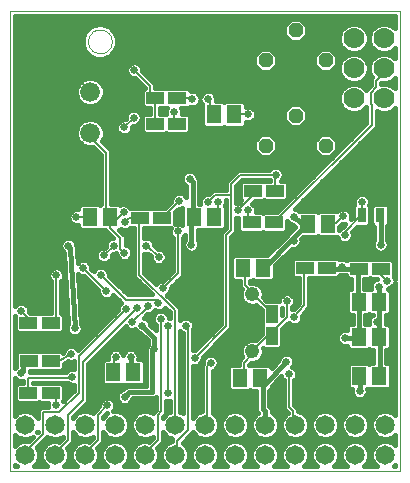
<source format=gbl>
G75*
G70*
%OFA0B0*%
%FSLAX24Y24*%
%IPPOS*%
%LPD*%
%AMOC8*
5,1,8,0,0,1.08239X$1,22.5*
%
%ADD10C,0.0000*%
%ADD11R,0.0591X0.0394*%
%ADD12C,0.0480*%
%ADD13R,0.0512X0.0591*%
%ADD14R,0.0394X0.0591*%
%ADD15OC8,0.0480*%
%ADD16C,0.0650*%
%ADD17C,0.0700*%
%ADD18C,0.0660*%
%ADD19R,0.0315X0.0472*%
%ADD20C,0.0060*%
%ADD21C,0.0250*%
%ADD22C,0.0150*%
%ADD23C,0.0160*%
D10*
X002374Y000180D02*
X002374Y015534D01*
X015384Y015534D01*
X015384Y000180D01*
X002374Y000180D01*
X004983Y014515D02*
X004985Y014554D01*
X004991Y014593D01*
X005001Y014631D01*
X005014Y014668D01*
X005031Y014703D01*
X005051Y014737D01*
X005075Y014768D01*
X005102Y014797D01*
X005131Y014823D01*
X005163Y014846D01*
X005197Y014866D01*
X005233Y014882D01*
X005270Y014894D01*
X005309Y014903D01*
X005348Y014908D01*
X005387Y014909D01*
X005426Y014906D01*
X005465Y014899D01*
X005502Y014888D01*
X005539Y014874D01*
X005574Y014856D01*
X005607Y014835D01*
X005638Y014810D01*
X005666Y014783D01*
X005691Y014753D01*
X005713Y014720D01*
X005732Y014686D01*
X005747Y014650D01*
X005759Y014612D01*
X005767Y014574D01*
X005771Y014535D01*
X005771Y014495D01*
X005767Y014456D01*
X005759Y014418D01*
X005747Y014380D01*
X005732Y014344D01*
X005713Y014310D01*
X005691Y014277D01*
X005666Y014247D01*
X005638Y014220D01*
X005607Y014195D01*
X005574Y014174D01*
X005539Y014156D01*
X005502Y014142D01*
X005465Y014131D01*
X005426Y014124D01*
X005387Y014121D01*
X005348Y014122D01*
X005309Y014127D01*
X005270Y014136D01*
X005233Y014148D01*
X005197Y014164D01*
X005163Y014184D01*
X005131Y014207D01*
X005102Y014233D01*
X005075Y014262D01*
X005051Y014293D01*
X005031Y014327D01*
X005014Y014362D01*
X005001Y014399D01*
X004991Y014437D01*
X004985Y014476D01*
X004983Y014515D01*
D11*
X007223Y012630D03*
X007964Y012630D03*
X007954Y011770D03*
X007213Y011770D03*
X007444Y008630D03*
X006703Y008630D03*
X010433Y008480D03*
X011174Y008480D03*
X011214Y009540D03*
X010473Y009540D03*
X012203Y006960D03*
X012944Y006960D03*
X014003Y006940D03*
X014744Y006940D03*
X003734Y005130D03*
X002993Y005130D03*
X003003Y003860D03*
X003744Y003860D03*
X003734Y002800D03*
X002993Y002800D03*
D12*
X010454Y004190D03*
X010454Y006090D03*
D13*
X010159Y006970D03*
X010828Y006970D03*
X012299Y008430D03*
X012968Y008430D03*
X014009Y005840D03*
X014678Y005840D03*
X014678Y004670D03*
X014009Y004670D03*
X014029Y003360D03*
X014698Y003360D03*
X010708Y003300D03*
X010039Y003300D03*
X006498Y003490D03*
X005829Y003490D03*
X005718Y008660D03*
X005049Y008660D03*
X008509Y008660D03*
X009178Y008660D03*
X009189Y012080D03*
X009858Y012080D03*
D14*
X011114Y005440D03*
X011114Y004700D03*
D15*
X010904Y011040D03*
X011904Y012040D03*
X012904Y011040D03*
X012904Y013880D03*
X011904Y014880D03*
X010904Y013880D03*
D16*
X010893Y001727D03*
X010893Y000727D03*
X009893Y000727D03*
X008893Y000727D03*
X007893Y000727D03*
X006893Y000727D03*
X005893Y000727D03*
X004893Y000727D03*
X003893Y000727D03*
X002893Y000727D03*
X002893Y001727D03*
X003893Y001727D03*
X004893Y001727D03*
X005893Y001727D03*
X006893Y001727D03*
X007893Y001727D03*
X008893Y001727D03*
X009893Y001727D03*
X011893Y001727D03*
X011893Y000727D03*
X012893Y000727D03*
X013893Y000727D03*
X014893Y000727D03*
X014893Y001727D03*
X013893Y001727D03*
X012893Y001727D03*
D17*
X013844Y012620D03*
X014844Y012620D03*
X014844Y013620D03*
X014844Y014620D03*
X013844Y014620D03*
X013844Y013620D03*
D18*
X005064Y012820D03*
X005064Y011460D03*
D19*
X014099Y008720D03*
X014729Y008720D03*
D20*
X014114Y008740D02*
X014099Y008720D01*
X014094Y008720D01*
X013544Y008170D01*
X013544Y008050D01*
X013254Y008450D02*
X012974Y008450D01*
X012974Y008430D01*
X012968Y008430D01*
X013254Y008450D02*
X013484Y008680D01*
X014114Y008740D02*
X014114Y009160D01*
X012203Y006960D02*
X012194Y006960D01*
X012194Y005730D01*
X011854Y005320D01*
X011624Y005330D02*
X011114Y004820D01*
X011114Y004700D01*
X011094Y004830D01*
X010454Y004190D01*
X010454Y004080D01*
X010174Y003800D01*
X010174Y003430D01*
X010044Y003300D01*
X010039Y003300D01*
X009074Y003800D02*
X008964Y003690D01*
X008964Y002030D01*
X008894Y001960D01*
X008894Y001730D01*
X008893Y001727D01*
X008314Y001560D02*
X007964Y001210D01*
X007964Y001030D01*
X007894Y000960D01*
X007894Y000730D01*
X007893Y000727D01*
X007314Y001230D02*
X006894Y000810D01*
X006894Y000730D01*
X006893Y000727D01*
X007314Y001230D02*
X007314Y002070D01*
X007424Y002180D01*
X007424Y005260D01*
X007414Y005270D01*
X007654Y005040D02*
X007654Y002790D01*
X008304Y002220D02*
X008314Y002210D01*
X008314Y001560D01*
X007893Y001727D02*
X007884Y001730D01*
X007884Y005550D01*
X006694Y006740D01*
X006694Y008610D01*
X006703Y008630D01*
X006344Y008630D01*
X006204Y008490D01*
X006174Y008820D02*
X005744Y008390D01*
X005718Y008660D01*
X005724Y008690D01*
X005584Y008830D01*
X005584Y010810D01*
X005064Y011330D01*
X005064Y011460D01*
X006184Y011650D02*
X006504Y011970D01*
X007213Y011770D02*
X007214Y011770D01*
X007214Y012630D01*
X007223Y012630D01*
X007194Y012650D01*
X007044Y012800D01*
X007044Y013040D01*
X006524Y013560D01*
X007964Y012630D02*
X008464Y012630D01*
X008464Y012590D01*
X008984Y012600D02*
X009054Y012530D01*
X009054Y012210D01*
X009184Y012080D01*
X009189Y012080D01*
X009858Y012080D02*
X010314Y012080D01*
X010044Y010050D02*
X011214Y010050D01*
X011234Y010070D01*
X011214Y010050D02*
X011214Y009540D01*
X011214Y009540D01*
X010473Y009540D02*
X010464Y009540D01*
X010464Y009360D01*
X009984Y008880D01*
X010314Y008880D02*
X010314Y008590D01*
X010424Y008480D01*
X010433Y008480D01*
X009754Y008240D02*
X009754Y009390D01*
X009214Y009390D01*
X008984Y009160D01*
X009314Y009160D02*
X009314Y008790D01*
X009184Y008660D01*
X009178Y008660D01*
X009754Y008240D02*
X009584Y008070D01*
X009584Y005020D01*
X008534Y003970D01*
X008304Y004980D02*
X008304Y002220D01*
X005904Y003990D02*
X005834Y003920D01*
X005834Y003490D01*
X005829Y003490D01*
X004804Y003820D02*
X004804Y002560D01*
X004314Y002070D01*
X004314Y001230D01*
X003894Y000810D01*
X003894Y000730D01*
X003893Y000727D01*
X003474Y001420D02*
X002894Y000840D01*
X002894Y000730D01*
X002893Y000727D01*
X003474Y001420D02*
X003474Y002150D01*
X004024Y002150D01*
X004684Y002810D01*
X004684Y004020D01*
X006244Y005580D01*
X006234Y005910D02*
X007324Y005910D01*
X007324Y005790D01*
X006974Y005680D02*
X006974Y005670D01*
X006464Y005160D01*
X006624Y005640D02*
X004804Y003820D01*
X004424Y004100D02*
X004004Y003860D01*
X003744Y003860D01*
X004424Y003310D02*
X002994Y003310D01*
X002994Y002800D01*
X002993Y002800D01*
X003734Y002800D02*
X003744Y002800D01*
X003914Y002630D01*
X003914Y002400D01*
X004424Y003310D02*
X004454Y003340D01*
X005624Y002380D02*
X005314Y002070D01*
X005314Y001230D01*
X004894Y000810D01*
X004894Y000730D01*
X004893Y000727D01*
X008304Y004980D02*
X008244Y005040D01*
X007474Y006280D02*
X007974Y006780D01*
X007974Y008180D01*
X007454Y008630D02*
X007444Y008630D01*
X007454Y008630D02*
X008024Y009200D01*
X006964Y007700D02*
X006924Y007700D01*
X006964Y007700D02*
X007334Y007330D01*
X006194Y007470D02*
X006064Y007600D01*
X006064Y007950D01*
X005724Y008290D01*
X005724Y008660D01*
X005718Y008660D01*
X005049Y008660D02*
X004594Y008660D01*
X005834Y007700D02*
X005514Y007380D01*
X005414Y006730D02*
X006234Y005910D01*
X005594Y006190D02*
X004824Y006960D01*
X003924Y006720D02*
X003914Y005300D01*
X003744Y005130D01*
X003734Y005130D01*
X002993Y005130D02*
X002984Y005130D01*
X002984Y005300D01*
X002754Y005530D01*
X007954Y011770D02*
X007954Y011770D01*
X007854Y011870D01*
X007854Y012170D01*
X010044Y010050D02*
X009754Y009760D01*
X009754Y009390D01*
X011174Y008480D02*
X011184Y008480D01*
X014434Y011730D01*
X014434Y012400D01*
X014404Y012430D01*
X014404Y012810D01*
X014574Y012980D01*
X014574Y013200D01*
X014844Y013470D01*
X014844Y013620D01*
X010164Y006970D02*
X010159Y006970D01*
X010164Y006970D02*
X010204Y006930D01*
X010204Y006400D01*
X010434Y006170D01*
X010434Y006110D01*
X010454Y006090D01*
X010474Y006090D01*
X011114Y005450D01*
X011114Y005440D01*
X011624Y005330D02*
X011624Y005840D01*
X011614Y005850D01*
X011684Y003420D02*
X011684Y002320D01*
X011804Y002200D01*
X011804Y001810D01*
X011884Y001730D01*
X011893Y001727D01*
X014944Y006540D02*
X014754Y006730D01*
X014754Y006940D01*
X014744Y006940D01*
D21*
X014944Y006540D03*
X014674Y006340D03*
X013444Y007010D03*
X013544Y008050D03*
X013484Y008680D03*
X014114Y009160D03*
X014734Y007740D03*
X014604Y005170D03*
X013554Y004630D03*
X014034Y002860D03*
X011684Y003420D03*
X011594Y003830D03*
X011854Y005320D03*
X011614Y005850D03*
X011834Y007870D03*
X011844Y008670D03*
X011234Y010070D03*
X010314Y008880D03*
X009984Y008880D03*
X009314Y009160D03*
X008984Y009160D03*
X008024Y009200D03*
X008374Y009940D03*
X007974Y008180D03*
X008424Y007740D03*
X007334Y007330D03*
X006924Y007700D03*
X006194Y007470D03*
X005834Y007700D03*
X005514Y007380D03*
X005414Y006730D03*
X005594Y006190D03*
X006244Y005580D03*
X006624Y005640D03*
X006974Y005680D03*
X007324Y005790D03*
X007474Y006280D03*
X007414Y005270D03*
X007654Y005040D03*
X008244Y005040D03*
X007194Y004250D03*
X006404Y003990D03*
X005904Y003990D03*
X006464Y005160D03*
X006794Y005040D03*
X008534Y003970D03*
X009074Y003800D03*
X007654Y002790D03*
X006204Y002670D03*
X005624Y002380D03*
X004454Y003340D03*
X004424Y004100D03*
X004534Y004950D03*
X003924Y006720D03*
X004824Y006960D03*
X004324Y007700D03*
X004594Y008660D03*
X006174Y008820D03*
X006204Y008490D03*
X006184Y011650D03*
X006504Y011970D03*
X007854Y012170D03*
X008464Y012590D03*
X008984Y012600D03*
X010314Y012080D03*
X006524Y013560D03*
X002754Y005530D03*
X002754Y003460D03*
X003914Y002400D03*
D22*
X002824Y003530D02*
X002754Y003460D01*
X002824Y003530D02*
X002824Y003690D01*
X002994Y003860D01*
X003003Y003860D01*
X004534Y004950D02*
X004394Y007630D01*
X004324Y007700D01*
X006794Y005040D02*
X007194Y004640D01*
X007194Y004250D01*
X007124Y004220D01*
X007124Y002830D01*
X006364Y002830D01*
X006204Y002670D01*
X006494Y003490D02*
X006498Y003490D01*
X006494Y003490D02*
X006404Y003580D01*
X006404Y003990D01*
X008424Y007740D02*
X008424Y008580D01*
X008504Y008660D01*
X008509Y008660D01*
X008474Y008730D01*
X008474Y009840D01*
X008374Y009940D01*
X010828Y006970D02*
X010834Y006970D01*
X011784Y007920D01*
X011834Y007870D01*
X011784Y007920D02*
X012124Y008260D01*
X012124Y008410D01*
X012299Y008430D01*
X012294Y008430D01*
X012294Y008480D01*
X012034Y008480D01*
X011844Y008670D01*
X012944Y006960D02*
X012954Y006960D01*
X012954Y006940D01*
X013444Y006940D01*
X013444Y007010D01*
X013444Y006940D02*
X014003Y006940D01*
X013974Y006870D01*
X013974Y005910D01*
X014009Y005840D01*
X014014Y005840D01*
X014014Y004670D01*
X014009Y004670D01*
X013944Y004630D01*
X013554Y004630D01*
X014678Y004670D02*
X014704Y004600D01*
X014704Y003360D01*
X014698Y003360D01*
X014034Y003360D02*
X014034Y002860D01*
X014034Y003360D02*
X014029Y003360D01*
X014678Y004670D02*
X014684Y004670D01*
X014684Y005170D01*
X014604Y005170D01*
X014684Y005170D02*
X014684Y005840D01*
X014678Y005840D01*
X014674Y005910D01*
X014674Y006340D01*
X014734Y007740D02*
X014734Y008720D01*
X014729Y008720D01*
X011594Y003830D02*
X010874Y003110D01*
X010708Y003300D01*
X010714Y003300D01*
X010804Y003210D01*
X010804Y002260D01*
X010884Y002180D01*
X010884Y001730D01*
X010893Y001727D01*
D23*
X011315Y001924D02*
X011471Y001924D01*
X011499Y001991D02*
X011428Y001820D01*
X011428Y001635D01*
X011499Y001464D01*
X011630Y001333D01*
X011801Y001262D01*
X011986Y001262D01*
X012157Y001333D01*
X012287Y001464D01*
X012358Y001635D01*
X012358Y001820D01*
X012287Y001991D01*
X012157Y002122D01*
X011986Y002192D01*
X011974Y002192D01*
X011974Y002270D01*
X011854Y002390D01*
X011854Y003215D01*
X011908Y003270D01*
X011949Y003367D01*
X011949Y003473D01*
X011908Y003570D01*
X011834Y003645D01*
X011798Y003660D01*
X011818Y003680D01*
X011859Y003777D01*
X011859Y003883D01*
X011818Y003980D01*
X011744Y004055D01*
X011646Y004095D01*
X011541Y004095D01*
X011443Y004055D01*
X011369Y003980D01*
X011329Y003883D01*
X011329Y003869D01*
X011104Y003645D01*
X011104Y003653D01*
X011022Y003735D01*
X010394Y003735D01*
X010374Y003715D01*
X010353Y003735D01*
X010349Y003735D01*
X010424Y003810D01*
X010529Y003810D01*
X010669Y003868D01*
X010776Y003975D01*
X010834Y004114D01*
X010834Y004266D01*
X010816Y004307D01*
X010859Y004265D01*
X011368Y004265D01*
X011450Y004347D01*
X011450Y004916D01*
X011666Y005132D01*
X011703Y005095D01*
X011801Y005055D01*
X011906Y005055D01*
X012004Y005095D01*
X012078Y005170D01*
X012119Y005267D01*
X012119Y005373D01*
X012118Y005373D01*
X012319Y005615D01*
X012364Y005660D01*
X012364Y005669D01*
X012369Y005676D01*
X012364Y005738D01*
X012364Y006623D01*
X012557Y006623D01*
X012574Y006640D01*
X012590Y006623D01*
X013297Y006623D01*
X013379Y006705D01*
X013379Y006725D01*
X013568Y006725D01*
X013568Y006685D01*
X013650Y006603D01*
X013759Y006603D01*
X013759Y006275D01*
X013695Y006275D01*
X013613Y006193D01*
X013613Y005487D01*
X013695Y005405D01*
X013799Y005405D01*
X013799Y005105D01*
X013695Y005105D01*
X013613Y005023D01*
X013613Y004892D01*
X013606Y004895D01*
X013501Y004895D01*
X013403Y004855D01*
X013329Y004780D01*
X013289Y004683D01*
X013289Y004577D01*
X013329Y004480D01*
X013403Y004405D01*
X013501Y004365D01*
X013606Y004365D01*
X013613Y004368D01*
X013613Y004317D01*
X013695Y004235D01*
X014323Y004235D01*
X014344Y004255D01*
X014364Y004235D01*
X014489Y004235D01*
X014489Y003795D01*
X014384Y003795D01*
X014364Y003775D01*
X014343Y003795D01*
X013715Y003795D01*
X013633Y003713D01*
X013633Y003007D01*
X013715Y002925D01*
X013774Y002925D01*
X013769Y002913D01*
X013769Y002807D01*
X013809Y002710D01*
X013883Y002635D01*
X013981Y002595D01*
X014086Y002595D01*
X014184Y002635D01*
X014258Y002710D01*
X014299Y002807D01*
X014299Y002913D01*
X014294Y002925D01*
X014343Y002925D01*
X014364Y002945D01*
X014384Y002925D01*
X015012Y002925D01*
X015094Y003007D01*
X015094Y003713D01*
X015012Y003795D01*
X014919Y003795D01*
X014919Y004235D01*
X014992Y004235D01*
X015074Y004317D01*
X015074Y005023D01*
X014992Y005105D01*
X014899Y005105D01*
X014899Y005405D01*
X014992Y005405D01*
X015074Y005487D01*
X015074Y006193D01*
X014992Y006275D01*
X014996Y006275D01*
X015094Y006315D01*
X015168Y006390D01*
X015204Y006475D01*
X015204Y002075D01*
X015157Y002122D01*
X014986Y002192D01*
X014801Y002192D01*
X014630Y002122D01*
X014499Y001991D01*
X014428Y001820D01*
X014428Y001635D01*
X014499Y001464D01*
X014630Y001333D01*
X014801Y001262D01*
X014986Y001262D01*
X015157Y001333D01*
X015204Y001380D01*
X015204Y001075D01*
X015157Y001122D01*
X014986Y001192D01*
X014801Y001192D01*
X014630Y001122D01*
X014499Y000991D01*
X014428Y000820D01*
X014428Y000635D01*
X014499Y000464D01*
X014603Y000360D01*
X014183Y000360D01*
X014287Y000464D01*
X014358Y000635D01*
X014358Y000820D01*
X014287Y000991D01*
X014157Y001122D01*
X013986Y001192D01*
X013801Y001192D01*
X013630Y001122D01*
X013499Y000991D01*
X013428Y000820D01*
X013428Y000635D01*
X013499Y000464D01*
X013603Y000360D01*
X013183Y000360D01*
X013287Y000464D01*
X013358Y000635D01*
X013358Y000820D01*
X013287Y000991D01*
X013157Y001122D01*
X012986Y001192D01*
X012801Y001192D01*
X012630Y001122D01*
X012499Y000991D01*
X012428Y000820D01*
X012428Y000635D01*
X012499Y000464D01*
X012603Y000360D01*
X012183Y000360D01*
X012287Y000464D01*
X012358Y000635D01*
X012358Y000820D01*
X012287Y000991D01*
X012157Y001122D01*
X011986Y001192D01*
X011801Y001192D01*
X011630Y001122D01*
X011499Y000991D01*
X011428Y000820D01*
X011428Y000635D01*
X011499Y000464D01*
X011603Y000360D01*
X011183Y000360D01*
X011287Y000464D01*
X011358Y000635D01*
X011358Y000820D01*
X011287Y000991D01*
X011157Y001122D01*
X010986Y001192D01*
X010801Y001192D01*
X010630Y001122D01*
X010499Y000991D01*
X010428Y000820D01*
X010428Y000635D01*
X010499Y000464D01*
X010603Y000360D01*
X010183Y000360D01*
X010287Y000464D01*
X010358Y000635D01*
X010358Y000820D01*
X010287Y000991D01*
X010157Y001122D01*
X009986Y001192D01*
X009801Y001192D01*
X009630Y001122D01*
X009499Y000991D01*
X009428Y000820D01*
X009428Y000635D01*
X009499Y000464D01*
X009603Y000360D01*
X009183Y000360D01*
X009287Y000464D01*
X009358Y000635D01*
X009358Y000820D01*
X009287Y000991D01*
X009157Y001122D01*
X008986Y001192D01*
X008801Y001192D01*
X008630Y001122D01*
X008499Y000991D01*
X008428Y000820D01*
X008428Y000635D01*
X008499Y000464D01*
X008603Y000360D01*
X008183Y000360D01*
X008287Y000464D01*
X008358Y000635D01*
X008358Y000820D01*
X008287Y000991D01*
X008157Y001122D01*
X008134Y001131D01*
X008653Y001131D01*
X008735Y001290D02*
X008283Y001290D01*
X008134Y001140D02*
X008134Y001131D01*
X008134Y001140D02*
X008484Y001490D01*
X008484Y001501D01*
X008499Y001464D01*
X008630Y001333D01*
X008801Y001262D01*
X008986Y001262D01*
X009157Y001333D01*
X009287Y001464D01*
X009358Y001635D01*
X009358Y001820D01*
X009287Y001991D01*
X009157Y002122D01*
X009134Y002131D01*
X009134Y003538D01*
X009224Y003575D01*
X009298Y003650D01*
X009339Y003747D01*
X009339Y003853D01*
X009298Y003950D01*
X009224Y004025D01*
X009126Y004065D01*
X009021Y004065D01*
X008923Y004025D01*
X008849Y003950D01*
X008809Y003853D01*
X008809Y003775D01*
X008794Y003760D01*
X008794Y002189D01*
X008630Y002122D01*
X008499Y001991D01*
X008484Y001953D01*
X008484Y002280D01*
X008474Y002290D01*
X008474Y003708D01*
X008481Y003705D01*
X008586Y003705D01*
X008684Y003745D01*
X008758Y003820D01*
X008799Y003917D01*
X008799Y003995D01*
X009654Y004850D01*
X009754Y004950D01*
X009754Y008000D01*
X009824Y008070D01*
X009924Y008170D01*
X009924Y008618D01*
X009931Y008615D01*
X009998Y008615D01*
X009998Y008225D01*
X010080Y008143D01*
X010787Y008143D01*
X010804Y008160D01*
X010820Y008143D01*
X011527Y008143D01*
X011609Y008225D01*
X011609Y008544D01*
X011619Y008520D01*
X011693Y008445D01*
X011791Y008405D01*
X011804Y008405D01*
X011819Y008391D01*
X011884Y008325D01*
X011694Y008135D01*
X011569Y008009D01*
X010965Y007405D01*
X010514Y007405D01*
X010494Y007385D01*
X010473Y007405D01*
X009845Y007405D01*
X009763Y007323D01*
X009763Y006617D01*
X009845Y006535D01*
X010034Y006535D01*
X010034Y006330D01*
X010110Y006253D01*
X010074Y006166D01*
X010074Y006014D01*
X010131Y005875D01*
X010238Y005768D01*
X010378Y005710D01*
X010529Y005710D01*
X010589Y005735D01*
X010777Y005546D01*
X010777Y005087D01*
X010794Y005070D01*
X010777Y005053D01*
X010777Y004754D01*
X010574Y004551D01*
X010529Y004570D01*
X010378Y004570D01*
X010238Y004512D01*
X010131Y004405D01*
X010074Y004266D01*
X010074Y004114D01*
X010125Y003991D01*
X010004Y003870D01*
X010004Y003735D01*
X009725Y003735D01*
X009643Y003653D01*
X009643Y002947D01*
X009725Y002865D01*
X010353Y002865D01*
X010374Y002885D01*
X010394Y002865D01*
X010589Y002865D01*
X010589Y002171D01*
X010636Y002124D01*
X010630Y002122D01*
X010499Y001991D01*
X010428Y001820D01*
X010428Y001635D01*
X010499Y001464D01*
X010630Y001333D01*
X010801Y001262D01*
X010986Y001262D01*
X011157Y001333D01*
X011287Y001464D01*
X011358Y001635D01*
X011358Y001820D01*
X011287Y001991D01*
X011157Y002122D01*
X011099Y002146D01*
X011099Y002269D01*
X011019Y002349D01*
X011019Y002865D01*
X011022Y002865D01*
X011104Y002947D01*
X011104Y003036D01*
X011423Y003356D01*
X011459Y003270D01*
X011514Y003215D01*
X011514Y002250D01*
X011613Y002150D01*
X011634Y002130D01*
X011634Y002123D01*
X011630Y002122D01*
X011499Y001991D01*
X011590Y002082D02*
X011196Y002082D01*
X011099Y002241D02*
X011523Y002241D01*
X011514Y002399D02*
X011019Y002399D01*
X011019Y002558D02*
X011514Y002558D01*
X011514Y002716D02*
X011019Y002716D01*
X011032Y002875D02*
X011514Y002875D01*
X011514Y003033D02*
X011104Y003033D01*
X011259Y003192D02*
X011514Y003192D01*
X011426Y003350D02*
X011418Y003350D01*
X011126Y003667D02*
X011090Y003667D01*
X011285Y003826D02*
X010567Y003826D01*
X010780Y003984D02*
X011373Y003984D01*
X011405Y004301D02*
X013629Y004301D01*
X013349Y004460D02*
X011450Y004460D01*
X011450Y004618D02*
X013289Y004618D01*
X013327Y004777D02*
X011450Y004777D01*
X011469Y004935D02*
X013613Y004935D01*
X013683Y005094D02*
X011999Y005094D01*
X012112Y005252D02*
X013799Y005252D01*
X013689Y005411D02*
X012149Y005411D01*
X012281Y005569D02*
X013613Y005569D01*
X013613Y005728D02*
X012365Y005728D01*
X012364Y005886D02*
X013613Y005886D01*
X013613Y006045D02*
X012364Y006045D01*
X012364Y006203D02*
X013623Y006203D01*
X013759Y006362D02*
X012364Y006362D01*
X012364Y006520D02*
X013759Y006520D01*
X013575Y006679D02*
X013352Y006679D01*
X013340Y007254D02*
X013297Y007297D01*
X012590Y007297D01*
X012574Y007280D01*
X012557Y007297D01*
X011850Y007297D01*
X011768Y007215D01*
X011768Y006705D01*
X011850Y006623D01*
X012024Y006623D01*
X012024Y005791D01*
X011852Y005585D01*
X011801Y005585D01*
X011794Y005582D01*
X011794Y005655D01*
X011838Y005700D01*
X011879Y005797D01*
X011879Y005903D01*
X011838Y006000D01*
X011764Y006075D01*
X011666Y006115D01*
X011561Y006115D01*
X011463Y006075D01*
X011389Y006000D01*
X011349Y005903D01*
X011349Y005875D01*
X010929Y005875D01*
X010821Y005983D01*
X010834Y006014D01*
X010834Y006166D01*
X010776Y006305D01*
X010669Y006412D01*
X010529Y006470D01*
X010378Y006470D01*
X010375Y006469D01*
X010374Y006470D01*
X010374Y006535D01*
X010473Y006535D01*
X010494Y006555D01*
X010514Y006535D01*
X011142Y006535D01*
X011224Y006617D01*
X011224Y007056D01*
X011775Y007607D01*
X011781Y007605D01*
X011886Y007605D01*
X011984Y007645D01*
X012058Y007720D01*
X012099Y007817D01*
X012099Y007923D01*
X012096Y007929D01*
X012162Y007995D01*
X012613Y007995D01*
X012634Y008015D01*
X012654Y007995D01*
X013280Y007995D01*
X013319Y007900D01*
X013393Y007825D01*
X013491Y007785D01*
X013596Y007785D01*
X013694Y007825D01*
X013768Y007900D01*
X013809Y007997D01*
X013809Y008103D01*
X013782Y008168D01*
X013958Y008344D01*
X014314Y008344D01*
X014396Y008426D01*
X014396Y009014D01*
X014356Y009054D01*
X014379Y009107D01*
X014379Y009213D01*
X014338Y009310D01*
X014264Y009385D01*
X014166Y009425D01*
X014061Y009425D01*
X013963Y009385D01*
X013889Y009310D01*
X013849Y009213D01*
X013849Y009107D01*
X013862Y009075D01*
X013801Y009014D01*
X013801Y008668D01*
X013740Y008607D01*
X013749Y008627D01*
X013749Y008733D01*
X013708Y008830D01*
X013634Y008905D01*
X013536Y008945D01*
X013431Y008945D01*
X013333Y008905D01*
X013288Y008859D01*
X013282Y008865D01*
X012654Y008865D01*
X012634Y008845D01*
X012613Y008865D01*
X012023Y008865D01*
X011994Y008895D01*
X011896Y008935D01*
X011879Y008935D01*
X014504Y011560D01*
X014604Y011660D01*
X014604Y012189D01*
X014746Y012130D01*
X014941Y012130D01*
X015121Y012205D01*
X015204Y012287D01*
X015204Y006605D01*
X015173Y006679D01*
X015179Y006685D01*
X015179Y007195D01*
X015097Y007277D01*
X014390Y007277D01*
X014374Y007260D01*
X014357Y007277D01*
X013650Y007277D01*
X013601Y007227D01*
X013594Y007235D01*
X013496Y007275D01*
X013391Y007275D01*
X013340Y007254D01*
X013484Y007788D02*
X012086Y007788D01*
X012114Y007947D02*
X013300Y007947D01*
X013364Y008245D02*
X013364Y008320D01*
X013424Y008380D01*
X013459Y008415D01*
X013536Y008415D01*
X013557Y008423D01*
X013473Y008340D01*
X013418Y008285D01*
X013393Y008275D01*
X013364Y008245D01*
X013364Y008264D02*
X013382Y008264D01*
X013424Y008380D02*
X013424Y008380D01*
X013553Y008422D02*
X013555Y008422D01*
X013877Y008264D02*
X014519Y008264D01*
X014519Y008344D02*
X014519Y007900D01*
X014509Y007890D01*
X014469Y007793D01*
X014469Y007687D01*
X014509Y007590D01*
X014583Y007515D01*
X014681Y007475D01*
X014786Y007475D01*
X014884Y007515D01*
X014958Y007590D01*
X014999Y007687D01*
X014999Y007793D01*
X014958Y007890D01*
X014949Y007900D01*
X014949Y008348D01*
X015026Y008426D01*
X015026Y009014D01*
X014944Y009096D01*
X014513Y009096D01*
X014431Y009014D01*
X014431Y008426D01*
X014513Y008344D01*
X014519Y008344D01*
X014435Y008422D02*
X014392Y008422D01*
X014396Y008581D02*
X014431Y008581D01*
X014431Y008739D02*
X014396Y008739D01*
X014396Y008898D02*
X014431Y008898D01*
X014473Y009056D02*
X014357Y009056D01*
X014378Y009215D02*
X015204Y009215D01*
X015204Y009373D02*
X014275Y009373D01*
X013952Y009373D02*
X012317Y009373D01*
X012475Y009532D02*
X015204Y009532D01*
X015204Y009690D02*
X012634Y009690D01*
X012792Y009849D02*
X015204Y009849D01*
X015204Y010007D02*
X012951Y010007D01*
X013109Y010166D02*
X015204Y010166D01*
X015204Y010324D02*
X013268Y010324D01*
X013426Y010483D02*
X015204Y010483D01*
X015204Y010641D02*
X013585Y010641D01*
X013743Y010800D02*
X015204Y010800D01*
X015204Y010958D02*
X013902Y010958D01*
X014060Y011117D02*
X015204Y011117D01*
X015204Y011275D02*
X014219Y011275D01*
X014377Y011434D02*
X015204Y011434D01*
X015204Y011592D02*
X014536Y011592D01*
X014604Y011751D02*
X015204Y011751D01*
X015204Y011909D02*
X014604Y011909D01*
X014604Y012068D02*
X015204Y012068D01*
X015204Y012226D02*
X015143Y012226D01*
X015204Y012953D02*
X015121Y013035D01*
X014941Y013110D01*
X014746Y013110D01*
X014744Y013109D01*
X014744Y013130D01*
X014745Y013131D01*
X014746Y013130D01*
X014941Y013130D01*
X015121Y013205D01*
X015204Y013287D01*
X015204Y012953D01*
X015204Y013019D02*
X015138Y013019D01*
X015204Y013177D02*
X015055Y013177D01*
X014452Y013319D02*
X014404Y013270D01*
X014404Y013050D01*
X014255Y012902D01*
X014121Y013035D01*
X013941Y013110D01*
X013746Y013110D01*
X013566Y013035D01*
X013428Y012898D01*
X013354Y012717D01*
X013354Y012523D01*
X013428Y012342D01*
X013566Y012205D01*
X013746Y012130D01*
X013941Y012130D01*
X014121Y012205D01*
X014255Y012338D01*
X014264Y012330D01*
X014264Y011800D01*
X011280Y008817D01*
X010820Y008817D01*
X010804Y008800D01*
X010787Y008817D01*
X010574Y008817D01*
X010579Y008827D01*
X010579Y008933D01*
X010538Y009030D01*
X010464Y009105D01*
X010453Y009109D01*
X010534Y009190D01*
X010547Y009203D01*
X010827Y009203D01*
X010844Y009220D01*
X010860Y009203D01*
X011567Y009203D01*
X011649Y009285D01*
X011649Y009795D01*
X011567Y009877D01*
X011415Y009877D01*
X011458Y009920D01*
X011499Y010017D01*
X011499Y010123D01*
X011458Y010220D01*
X011384Y010295D01*
X011286Y010335D01*
X011181Y010335D01*
X011083Y010295D01*
X011009Y010220D01*
X011009Y010220D01*
X009973Y010220D01*
X009874Y010120D01*
X009683Y009930D01*
X009584Y009830D01*
X009584Y009560D01*
X009143Y009560D01*
X009044Y009460D01*
X009008Y009425D01*
X008931Y009425D01*
X008833Y009385D01*
X008759Y009310D01*
X008719Y009213D01*
X008719Y009107D01*
X008724Y009095D01*
X008689Y009095D01*
X008689Y009929D01*
X008639Y009979D01*
X008639Y009993D01*
X008598Y010090D01*
X008524Y010165D01*
X008426Y010205D01*
X008321Y010205D01*
X008223Y010165D01*
X008149Y010090D01*
X008109Y009993D01*
X008109Y009887D01*
X008149Y009790D01*
X008223Y009715D01*
X008259Y009701D01*
X008259Y009325D01*
X008248Y009350D01*
X008174Y009425D01*
X008076Y009465D01*
X007971Y009465D01*
X007873Y009425D01*
X007799Y009350D01*
X007759Y009253D01*
X007759Y009175D01*
X007550Y008967D01*
X007090Y008967D01*
X007074Y008950D01*
X007057Y008967D01*
X006400Y008967D01*
X006398Y008970D01*
X006324Y009045D01*
X006226Y009085D01*
X006121Y009085D01*
X006065Y009062D01*
X006032Y009095D01*
X005754Y009095D01*
X005754Y010880D01*
X005451Y011183D01*
X005462Y011194D01*
X005534Y011367D01*
X005534Y011553D01*
X005462Y011726D01*
X005330Y011858D01*
X005157Y011930D01*
X004970Y011930D01*
X004797Y011858D01*
X004665Y011726D01*
X004594Y011553D01*
X004594Y011367D01*
X004665Y011194D01*
X004797Y011062D01*
X004970Y010990D01*
X005157Y010990D01*
X005161Y010992D01*
X005414Y010740D01*
X005414Y009095D01*
X005404Y009095D01*
X005384Y009075D01*
X005363Y009095D01*
X004735Y009095D01*
X004653Y009013D01*
X004653Y008922D01*
X004646Y008925D01*
X004541Y008925D01*
X004443Y008885D01*
X004369Y008810D01*
X004329Y008713D01*
X004329Y008607D01*
X004369Y008510D01*
X004443Y008435D01*
X004541Y008395D01*
X004646Y008395D01*
X004653Y008398D01*
X004653Y008307D01*
X004735Y008225D01*
X005363Y008225D01*
X005384Y008245D01*
X005404Y008225D01*
X005554Y008225D01*
X005554Y008220D01*
X005653Y008120D01*
X005808Y007965D01*
X005781Y007965D01*
X005683Y007925D01*
X005609Y007850D01*
X005569Y007753D01*
X005569Y007675D01*
X005538Y007645D01*
X005461Y007645D01*
X005363Y007605D01*
X005289Y007530D01*
X005249Y007433D01*
X005249Y007327D01*
X005289Y007230D01*
X005363Y007155D01*
X005461Y007115D01*
X005566Y007115D01*
X005664Y007155D01*
X005738Y007230D01*
X005779Y007327D01*
X005779Y007405D01*
X005809Y007435D01*
X005886Y007435D01*
X005929Y007453D01*
X005929Y007417D01*
X005969Y007320D01*
X006043Y007245D01*
X006141Y007205D01*
X006246Y007205D01*
X006344Y007245D01*
X006418Y007320D01*
X006459Y007417D01*
X006459Y007523D01*
X006418Y007620D01*
X006344Y007695D01*
X006246Y007735D01*
X006234Y007735D01*
X006234Y008020D01*
X006029Y008225D01*
X006032Y008225D01*
X006067Y008260D01*
X006151Y008225D01*
X006256Y008225D01*
X006354Y008265D01*
X006381Y008293D01*
X006524Y008293D01*
X006524Y006670D01*
X007113Y006080D01*
X006304Y006080D01*
X005679Y006705D01*
X005679Y006783D01*
X005638Y006880D01*
X005564Y006955D01*
X005466Y006995D01*
X005361Y006995D01*
X005263Y006955D01*
X005189Y006880D01*
X005176Y006848D01*
X005089Y006935D01*
X005089Y007013D01*
X005048Y007110D01*
X004974Y007185D01*
X004876Y007225D01*
X004771Y007225D01*
X004673Y007185D01*
X004634Y007145D01*
X004609Y007636D01*
X004609Y007719D01*
X004604Y007724D01*
X004604Y007730D01*
X004589Y007744D01*
X004589Y007753D01*
X004548Y007850D01*
X004474Y007925D01*
X004376Y007965D01*
X004271Y007965D01*
X004173Y007925D01*
X004099Y007850D01*
X004059Y007753D01*
X004059Y007647D01*
X004099Y007550D01*
X004173Y007475D01*
X004187Y007470D01*
X004310Y005102D01*
X004309Y005100D01*
X004269Y005003D01*
X004269Y004897D01*
X004309Y004800D01*
X004383Y004725D01*
X004481Y004685D01*
X004586Y004685D01*
X004684Y004725D01*
X004758Y004800D01*
X004799Y004897D01*
X004799Y005003D01*
X004758Y005100D01*
X004740Y005118D01*
X004655Y006754D01*
X004673Y006735D01*
X004771Y006695D01*
X004848Y006695D01*
X005329Y006215D01*
X005329Y006137D01*
X005369Y006040D01*
X005443Y005965D01*
X005541Y005925D01*
X005646Y005925D01*
X005744Y005965D01*
X005818Y006040D01*
X005831Y006072D01*
X006064Y005840D01*
X006097Y005806D01*
X006093Y005805D01*
X006019Y005730D01*
X005979Y005633D01*
X005979Y005555D01*
X004656Y004232D01*
X004648Y004250D01*
X004574Y004325D01*
X004476Y004365D01*
X004371Y004365D01*
X004273Y004325D01*
X004199Y004250D01*
X004159Y004153D01*
X004159Y004144D01*
X004153Y004141D01*
X004097Y004197D01*
X003390Y004197D01*
X003374Y004180D01*
X003357Y004197D01*
X002650Y004197D01*
X002568Y004115D01*
X002568Y003649D01*
X002554Y003635D01*
X002554Y005355D01*
X002558Y005351D01*
X002558Y004875D01*
X002640Y004793D01*
X003347Y004793D01*
X003364Y004810D01*
X003380Y004793D01*
X004087Y004793D01*
X004169Y004875D01*
X004169Y005385D01*
X004087Y005467D01*
X004085Y005467D01*
X004092Y006514D01*
X004148Y006570D01*
X004189Y006667D01*
X004189Y006773D01*
X004148Y006870D01*
X004074Y006945D01*
X003976Y006985D01*
X003871Y006985D01*
X003773Y006945D01*
X003699Y006870D01*
X003659Y006773D01*
X003659Y006667D01*
X003699Y006570D01*
X003752Y006517D01*
X003745Y005467D01*
X003380Y005467D01*
X003364Y005450D01*
X003347Y005467D01*
X003057Y005467D01*
X003054Y005470D01*
X003019Y005505D01*
X003019Y005583D01*
X002978Y005680D01*
X002904Y005755D01*
X002806Y005795D01*
X002701Y005795D01*
X002603Y005755D01*
X002554Y005705D01*
X002554Y015354D01*
X015204Y015354D01*
X015204Y014953D01*
X015121Y015035D01*
X014941Y015110D01*
X014746Y015110D01*
X014566Y015035D01*
X014428Y014898D01*
X014354Y014717D01*
X014354Y014523D01*
X014428Y014342D01*
X014566Y014205D01*
X014746Y014130D01*
X014941Y014130D01*
X015121Y014205D01*
X015204Y014287D01*
X015204Y013953D01*
X015121Y014035D01*
X014941Y014110D01*
X014746Y014110D01*
X014566Y014035D01*
X014428Y013898D01*
X014354Y013717D01*
X014354Y013523D01*
X014428Y013342D01*
X014452Y013319D01*
X014435Y013336D02*
X014252Y013336D01*
X014259Y013342D02*
X014334Y013523D01*
X014334Y013717D01*
X014259Y013898D01*
X014121Y014035D01*
X013941Y014110D01*
X013746Y014110D01*
X013566Y014035D01*
X013428Y013898D01*
X013354Y013717D01*
X013354Y013523D01*
X013428Y013342D01*
X013566Y013205D01*
X013746Y013130D01*
X013941Y013130D01*
X014121Y013205D01*
X014259Y013342D01*
X014322Y013494D02*
X014365Y013494D01*
X014354Y013653D02*
X014334Y013653D01*
X014295Y013811D02*
X014392Y013811D01*
X014500Y013970D02*
X014187Y013970D01*
X014121Y014205D02*
X013941Y014130D01*
X013746Y014130D01*
X013566Y014205D01*
X013428Y014342D01*
X013354Y014523D01*
X013354Y014717D01*
X013428Y014898D01*
X013566Y015035D01*
X013746Y015110D01*
X013941Y015110D01*
X014121Y015035D01*
X014259Y014898D01*
X014334Y014717D01*
X014334Y014523D01*
X014259Y014342D01*
X014121Y014205D01*
X014203Y014287D02*
X014484Y014287D01*
X014386Y014445D02*
X014301Y014445D01*
X014334Y014604D02*
X014354Y014604D01*
X014372Y014762D02*
X014315Y014762D01*
X014236Y014921D02*
X014451Y014921D01*
X014671Y015079D02*
X014016Y015079D01*
X013671Y015079D02*
X012242Y015079D01*
X012284Y015037D02*
X012061Y015260D01*
X011746Y015260D01*
X011524Y015037D01*
X011524Y014723D01*
X011746Y014500D01*
X012061Y014500D01*
X012284Y014723D01*
X012284Y015037D01*
X012284Y014921D02*
X013451Y014921D01*
X013372Y014762D02*
X012284Y014762D01*
X012164Y014604D02*
X013354Y014604D01*
X013386Y014445D02*
X005951Y014445D01*
X005951Y014401D02*
X005864Y014190D01*
X005702Y014028D01*
X005492Y013941D01*
X005263Y013941D01*
X005053Y014028D01*
X004891Y014190D01*
X004804Y014401D01*
X004804Y014629D01*
X004891Y014840D01*
X005053Y015001D01*
X005263Y015088D01*
X005492Y015088D01*
X005702Y015001D01*
X005864Y014840D01*
X005951Y014629D01*
X005951Y014401D01*
X005904Y014287D02*
X013484Y014287D01*
X013500Y013970D02*
X013284Y013970D01*
X013284Y014037D02*
X013061Y014260D01*
X012746Y014260D01*
X012524Y014037D01*
X012524Y013723D01*
X012746Y013500D01*
X013061Y013500D01*
X013284Y013723D01*
X013284Y014037D01*
X013193Y014128D02*
X015204Y014128D01*
X015187Y013970D02*
X015204Y013970D01*
X015203Y014287D02*
X015204Y014287D01*
X015204Y015079D02*
X015016Y015079D01*
X015204Y015238D02*
X012083Y015238D01*
X011724Y015238D02*
X002554Y015238D01*
X002554Y015079D02*
X005241Y015079D01*
X005514Y015079D02*
X011565Y015079D01*
X011524Y014921D02*
X005783Y014921D01*
X005896Y014762D02*
X011524Y014762D01*
X011643Y014604D02*
X005951Y014604D01*
X005802Y014128D02*
X010614Y014128D01*
X010524Y014037D02*
X010524Y013723D01*
X010746Y013500D01*
X011061Y013500D01*
X011284Y013723D01*
X011284Y014037D01*
X011061Y014260D01*
X010746Y014260D01*
X010524Y014037D01*
X010524Y013970D02*
X005561Y013970D01*
X005194Y013970D02*
X002554Y013970D01*
X002554Y014128D02*
X004953Y014128D01*
X004851Y014287D02*
X002554Y014287D01*
X002554Y014445D02*
X004804Y014445D01*
X004804Y014604D02*
X002554Y014604D01*
X002554Y014762D02*
X004859Y014762D01*
X004972Y014921D02*
X002554Y014921D01*
X002554Y013811D02*
X006437Y013811D01*
X006471Y013825D02*
X006373Y013785D01*
X006299Y013710D01*
X006259Y013613D01*
X006259Y013507D01*
X006299Y013410D01*
X006373Y013335D01*
X006471Y013295D01*
X006548Y013295D01*
X006874Y012970D01*
X006874Y012967D01*
X006870Y012967D01*
X006788Y012885D01*
X006788Y012375D01*
X006870Y012293D01*
X007044Y012293D01*
X007044Y012107D01*
X006860Y012107D01*
X006778Y012025D01*
X006778Y011515D01*
X006860Y011433D01*
X007567Y011433D01*
X007584Y011450D01*
X007600Y011433D01*
X008307Y011433D01*
X008389Y011515D01*
X008389Y012025D01*
X008307Y012107D01*
X008114Y012107D01*
X008119Y012117D01*
X008119Y012223D01*
X008089Y012293D01*
X008317Y012293D01*
X008367Y012343D01*
X008411Y012325D01*
X008516Y012325D01*
X008614Y012365D01*
X008688Y012440D01*
X008726Y012530D01*
X008759Y012450D01*
X008793Y012416D01*
X008793Y011727D01*
X008875Y011645D01*
X009503Y011645D01*
X009524Y011665D01*
X009544Y011645D01*
X010172Y011645D01*
X010254Y011727D01*
X010254Y011818D01*
X010261Y011815D01*
X010366Y011815D01*
X010464Y011855D01*
X010538Y011930D01*
X010579Y012027D01*
X010579Y012133D01*
X010538Y012230D01*
X010464Y012305D01*
X010366Y012345D01*
X010261Y012345D01*
X010254Y012342D01*
X010254Y012433D01*
X010172Y012515D01*
X009544Y012515D01*
X009524Y012495D01*
X009503Y012515D01*
X009235Y012515D01*
X009249Y012547D01*
X009249Y012653D01*
X009208Y012750D01*
X009134Y012825D01*
X009036Y012865D01*
X008931Y012865D01*
X008833Y012825D01*
X008759Y012750D01*
X008721Y012660D01*
X008688Y012740D01*
X008614Y012815D01*
X008516Y012855D01*
X008411Y012855D01*
X008399Y012850D01*
X008399Y012885D01*
X008317Y012967D01*
X007610Y012967D01*
X007594Y012950D01*
X007577Y012967D01*
X007214Y012967D01*
X007214Y013110D01*
X006789Y013535D01*
X006789Y013613D01*
X006748Y013710D01*
X006674Y013785D01*
X006576Y013825D01*
X006471Y013825D01*
X006610Y013811D02*
X010524Y013811D01*
X010594Y013653D02*
X006772Y013653D01*
X006830Y013494D02*
X013365Y013494D01*
X013354Y013653D02*
X013213Y013653D01*
X013284Y013811D02*
X013392Y013811D01*
X013435Y013336D02*
X006988Y013336D01*
X007147Y013177D02*
X013633Y013177D01*
X013549Y013019D02*
X007214Y013019D01*
X006825Y013019D02*
X005490Y013019D01*
X005462Y013086D02*
X005330Y013218D01*
X005157Y013290D01*
X004970Y013290D01*
X004797Y013218D01*
X004665Y013086D01*
X004594Y012913D01*
X004594Y012727D01*
X004665Y012554D01*
X004797Y012422D01*
X004970Y012350D01*
X005157Y012350D01*
X005330Y012422D01*
X005462Y012554D01*
X005534Y012727D01*
X005534Y012913D01*
X005462Y013086D01*
X005371Y013177D02*
X006666Y013177D01*
X006373Y013336D02*
X002554Y013336D01*
X002554Y013494D02*
X006264Y013494D01*
X006275Y013653D02*
X002554Y013653D01*
X002554Y013177D02*
X004756Y013177D01*
X004637Y013019D02*
X002554Y013019D01*
X002554Y012860D02*
X004594Y012860D01*
X004604Y012702D02*
X002554Y012702D01*
X002554Y012543D02*
X004676Y012543D01*
X004887Y012385D02*
X002554Y012385D01*
X002554Y012226D02*
X006429Y012226D01*
X006451Y012235D02*
X006353Y012195D01*
X006279Y012120D01*
X006239Y012023D01*
X006239Y011945D01*
X006208Y011915D01*
X006131Y011915D01*
X006033Y011875D01*
X005959Y011800D01*
X005919Y011703D01*
X005919Y011597D01*
X005959Y011500D01*
X006033Y011425D01*
X006131Y011385D01*
X006236Y011385D01*
X006334Y011425D01*
X006408Y011500D01*
X006449Y011597D01*
X006449Y011675D01*
X006479Y011705D01*
X006556Y011705D01*
X006654Y011745D01*
X006728Y011820D01*
X006769Y011917D01*
X006769Y012023D01*
X006728Y012120D01*
X006654Y012195D01*
X006556Y012235D01*
X006451Y012235D01*
X006578Y012226D02*
X007044Y012226D01*
X006821Y012068D02*
X006750Y012068D01*
X006765Y011909D02*
X006778Y011909D01*
X006778Y011751D02*
X006659Y011751D01*
X006778Y011592D02*
X006446Y011592D01*
X006342Y011434D02*
X006860Y011434D01*
X007567Y011434D02*
X007600Y011434D01*
X007584Y012090D02*
X007595Y012102D01*
X007589Y012117D01*
X007589Y012223D01*
X007618Y012293D01*
X007610Y012293D01*
X007594Y012310D01*
X007577Y012293D01*
X007384Y012293D01*
X007384Y012107D01*
X007567Y012107D01*
X007584Y012090D01*
X007590Y012226D02*
X007384Y012226D01*
X006788Y012385D02*
X005240Y012385D01*
X005451Y012543D02*
X006788Y012543D01*
X006788Y012702D02*
X005523Y012702D01*
X005534Y012860D02*
X006788Y012860D01*
X006257Y012068D02*
X002554Y012068D01*
X002554Y011909D02*
X004919Y011909D01*
X004689Y011751D02*
X002554Y011751D01*
X002554Y011592D02*
X004610Y011592D01*
X004594Y011434D02*
X002554Y011434D01*
X002554Y011275D02*
X004631Y011275D01*
X004742Y011117D02*
X002554Y011117D01*
X002554Y010958D02*
X005195Y010958D01*
X005354Y010800D02*
X002554Y010800D01*
X002554Y010641D02*
X005414Y010641D01*
X005414Y010483D02*
X002554Y010483D01*
X002554Y010324D02*
X005414Y010324D01*
X005414Y010166D02*
X002554Y010166D01*
X002554Y010007D02*
X005414Y010007D01*
X005414Y009849D02*
X002554Y009849D01*
X002554Y009690D02*
X005414Y009690D01*
X005414Y009532D02*
X002554Y009532D01*
X002554Y009373D02*
X005414Y009373D01*
X005414Y009215D02*
X002554Y009215D01*
X002554Y009056D02*
X004696Y009056D01*
X004474Y008898D02*
X002554Y008898D01*
X002554Y008739D02*
X004339Y008739D01*
X004340Y008581D02*
X002554Y008581D01*
X002554Y008422D02*
X004476Y008422D01*
X004696Y008264D02*
X002554Y008264D01*
X002554Y008105D02*
X005668Y008105D01*
X005736Y007947D02*
X004421Y007947D01*
X004226Y007947D02*
X002554Y007947D01*
X002554Y007788D02*
X004073Y007788D01*
X004066Y007630D02*
X002554Y007630D01*
X002554Y007471D02*
X004184Y007471D01*
X004195Y007313D02*
X002554Y007313D01*
X002554Y007154D02*
X004203Y007154D01*
X004211Y006996D02*
X002554Y006996D01*
X002554Y006837D02*
X003685Y006837D01*
X003659Y006679D02*
X002554Y006679D01*
X002554Y006520D02*
X003749Y006520D01*
X003751Y006362D02*
X002554Y006362D01*
X002554Y006203D02*
X003750Y006203D01*
X003749Y006045D02*
X002554Y006045D01*
X002554Y005886D02*
X003748Y005886D01*
X003747Y005728D02*
X002931Y005728D01*
X003019Y005569D02*
X003745Y005569D01*
X004085Y005569D02*
X004286Y005569D01*
X004294Y005411D02*
X004143Y005411D01*
X004169Y005252D02*
X004302Y005252D01*
X004306Y005094D02*
X004169Y005094D01*
X004169Y004935D02*
X004269Y004935D01*
X004332Y004777D02*
X002554Y004777D01*
X002554Y004935D02*
X002558Y004935D01*
X002554Y005094D02*
X002558Y005094D01*
X002554Y005252D02*
X002558Y005252D01*
X002554Y005728D02*
X002576Y005728D01*
X002554Y004618D02*
X005041Y004618D01*
X004883Y004460D02*
X002554Y004460D01*
X002554Y004301D02*
X004250Y004301D01*
X004155Y004143D02*
X004151Y004143D01*
X004331Y003851D02*
X004371Y003835D01*
X004476Y003835D01*
X004514Y003850D01*
X004514Y003602D01*
X004506Y003605D01*
X004401Y003605D01*
X004303Y003565D01*
X004229Y003490D01*
X004225Y003480D01*
X003039Y003480D01*
X003039Y003523D01*
X003357Y003523D01*
X003374Y003540D01*
X003390Y003523D01*
X004097Y003523D01*
X004179Y003605D01*
X004179Y003764D01*
X004331Y003851D01*
X004286Y003826D02*
X004514Y003826D01*
X004514Y003667D02*
X004179Y003667D01*
X004247Y003509D02*
X003039Y003509D01*
X002824Y003202D02*
X002824Y003137D01*
X002640Y003137D01*
X002558Y003055D01*
X002558Y002545D01*
X002640Y002463D01*
X003347Y002463D01*
X003364Y002480D01*
X003380Y002463D01*
X003653Y002463D01*
X003649Y002453D01*
X003649Y002347D01*
X003660Y002320D01*
X003403Y002320D01*
X003304Y002220D01*
X003304Y001952D01*
X003287Y001991D01*
X003157Y002122D01*
X002986Y002192D01*
X002801Y002192D01*
X002630Y002122D01*
X002554Y002045D01*
X002554Y003285D01*
X002603Y003235D01*
X002701Y003195D01*
X002806Y003195D01*
X002824Y003202D01*
X002824Y003192D02*
X002554Y003192D01*
X002554Y003033D02*
X002558Y003033D01*
X002554Y002875D02*
X002558Y002875D01*
X002554Y002716D02*
X002558Y002716D01*
X002554Y002558D02*
X002558Y002558D01*
X002554Y002399D02*
X003649Y002399D01*
X003324Y002241D02*
X002554Y002241D01*
X002554Y002082D02*
X002590Y002082D01*
X003196Y002082D02*
X003304Y002082D01*
X003304Y001503D02*
X003295Y001482D01*
X003304Y001490D01*
X003304Y001503D01*
X003139Y001326D02*
X003000Y001187D01*
X002986Y001192D01*
X002801Y001192D01*
X002630Y001122D01*
X002554Y001045D01*
X002554Y001409D01*
X002630Y001333D01*
X002801Y001262D01*
X002986Y001262D01*
X003139Y001326D01*
X003103Y001290D02*
X003051Y001290D01*
X003286Y000992D02*
X003628Y001335D01*
X003630Y001333D01*
X003801Y001262D01*
X003986Y001262D01*
X004144Y001328D01*
X004144Y001300D01*
X004021Y001178D01*
X003986Y001192D01*
X003801Y001192D01*
X003630Y001122D01*
X003499Y000991D01*
X003428Y000820D01*
X003428Y000635D01*
X003499Y000464D01*
X003603Y000360D01*
X003183Y000360D01*
X003287Y000464D01*
X003358Y000635D01*
X003358Y000820D01*
X003287Y000991D01*
X003286Y000992D01*
X003295Y000973D02*
X003491Y000973D01*
X003428Y000814D02*
X003358Y000814D01*
X003358Y000656D02*
X003428Y000656D01*
X003485Y000497D02*
X003301Y000497D01*
X003425Y001131D02*
X003653Y001131D01*
X003583Y001290D02*
X003735Y001290D01*
X004051Y001290D02*
X004133Y001290D01*
X004296Y000973D02*
X004491Y000973D01*
X004499Y000991D02*
X004428Y000820D01*
X004428Y000635D01*
X004499Y000464D01*
X004603Y000360D01*
X004183Y000360D01*
X004287Y000464D01*
X004358Y000635D01*
X004358Y000820D01*
X004295Y000971D01*
X004484Y001160D01*
X004484Y001300D01*
X004484Y001501D01*
X004499Y001464D01*
X004630Y001333D01*
X004801Y001262D01*
X004986Y001262D01*
X005144Y001328D01*
X005144Y001300D01*
X005021Y001178D01*
X004986Y001192D01*
X004801Y001192D01*
X004630Y001122D01*
X004499Y000991D01*
X004455Y001131D02*
X004653Y001131D01*
X004735Y001290D02*
X004484Y001290D01*
X004484Y001448D02*
X004515Y001448D01*
X005051Y001290D02*
X005133Y001290D01*
X005296Y000973D02*
X005491Y000973D01*
X005499Y000991D02*
X005428Y000820D01*
X005428Y000635D01*
X005499Y000464D01*
X005603Y000360D01*
X005183Y000360D01*
X005287Y000464D01*
X005358Y000635D01*
X005358Y000820D01*
X005295Y000971D01*
X005484Y001160D01*
X005484Y001501D01*
X005499Y001464D01*
X005630Y001333D01*
X005801Y001262D01*
X005986Y001262D01*
X006157Y001333D01*
X006287Y001464D01*
X006358Y001635D01*
X006358Y001820D01*
X006287Y001991D01*
X006157Y002122D01*
X005986Y002192D01*
X005811Y002192D01*
X005848Y002230D01*
X005889Y002327D01*
X005889Y002433D01*
X005848Y002530D01*
X005774Y002605D01*
X005676Y002645D01*
X005571Y002645D01*
X005473Y002605D01*
X005399Y002530D01*
X005359Y002433D01*
X005359Y002355D01*
X005243Y002240D01*
X005144Y002140D01*
X005144Y002127D01*
X004986Y002192D01*
X004801Y002192D01*
X004630Y002122D01*
X004499Y001991D01*
X004484Y001953D01*
X004484Y002000D01*
X004974Y002490D01*
X004974Y003750D01*
X006237Y005013D01*
X006239Y005010D01*
X006313Y004935D01*
X006411Y004895D01*
X006516Y004895D01*
X006559Y004913D01*
X006569Y004890D01*
X006643Y004815D01*
X006741Y004775D01*
X006754Y004775D01*
X006979Y004551D01*
X006979Y004410D01*
X006969Y004400D01*
X006963Y004385D01*
X006957Y004383D01*
X006940Y004341D01*
X006909Y004309D01*
X006909Y004261D01*
X006891Y004217D01*
X006909Y004176D01*
X006909Y003045D01*
X006274Y003045D01*
X006164Y002935D01*
X006151Y002935D01*
X006053Y002895D01*
X005979Y002820D01*
X005939Y002723D01*
X005939Y002617D01*
X005979Y002520D01*
X006053Y002445D01*
X006151Y002405D01*
X006256Y002405D01*
X006354Y002445D01*
X006428Y002520D01*
X006468Y002615D01*
X007034Y002615D01*
X007213Y002615D01*
X007254Y002656D01*
X007254Y002250D01*
X007243Y002240D01*
X007144Y002140D01*
X007144Y002127D01*
X006986Y002192D01*
X006801Y002192D01*
X006630Y002122D01*
X006499Y001991D01*
X006428Y001820D01*
X006428Y001635D01*
X006499Y001464D01*
X006630Y001333D01*
X006801Y001262D01*
X006986Y001262D01*
X007144Y001328D01*
X007144Y001300D01*
X007021Y001178D01*
X006986Y001192D01*
X006801Y001192D01*
X006630Y001122D01*
X006499Y000991D01*
X006428Y000820D01*
X006428Y000635D01*
X006499Y000464D01*
X006603Y000360D01*
X006183Y000360D01*
X006287Y000464D01*
X006358Y000635D01*
X006358Y000820D01*
X006287Y000991D01*
X006157Y001122D01*
X005986Y001192D01*
X005801Y001192D01*
X005630Y001122D01*
X005499Y000991D01*
X005455Y001131D02*
X005653Y001131D01*
X005735Y001290D02*
X005484Y001290D01*
X005484Y001448D02*
X005515Y001448D01*
X006051Y001290D02*
X006735Y001290D01*
X006653Y001131D02*
X006134Y001131D01*
X006295Y000973D02*
X006491Y000973D01*
X006428Y000814D02*
X006358Y000814D01*
X006358Y000656D02*
X006428Y000656D01*
X006485Y000497D02*
X006301Y000497D01*
X005485Y000497D02*
X005301Y000497D01*
X005358Y000656D02*
X005428Y000656D01*
X005428Y000814D02*
X005358Y000814D01*
X006271Y001448D02*
X006515Y001448D01*
X006440Y001607D02*
X006346Y001607D01*
X006358Y001765D02*
X006428Y001765D01*
X006471Y001924D02*
X006315Y001924D01*
X006196Y002082D02*
X006590Y002082D01*
X006444Y002558D02*
X007254Y002558D01*
X007254Y002399D02*
X005889Y002399D01*
X005853Y002241D02*
X007244Y002241D01*
X007484Y002000D02*
X007594Y002110D01*
X007594Y002528D01*
X007601Y002525D01*
X007706Y002525D01*
X007714Y002528D01*
X007714Y002156D01*
X007630Y002122D01*
X007499Y001991D01*
X007484Y001953D01*
X007484Y002000D01*
X007566Y002082D02*
X007590Y002082D01*
X007594Y002241D02*
X007714Y002241D01*
X007714Y002399D02*
X007594Y002399D01*
X008054Y002399D02*
X008134Y002399D01*
X008134Y002290D02*
X008134Y004799D01*
X008093Y004815D01*
X008054Y004855D01*
X008054Y002164D01*
X008144Y002127D01*
X008144Y002140D01*
X008134Y002150D01*
X008134Y002290D01*
X008134Y002241D02*
X008054Y002241D01*
X008054Y002558D02*
X008134Y002558D01*
X008134Y002716D02*
X008054Y002716D01*
X008054Y002875D02*
X008134Y002875D01*
X008134Y003033D02*
X008054Y003033D01*
X008054Y003192D02*
X008134Y003192D01*
X008134Y003350D02*
X008054Y003350D01*
X008054Y003509D02*
X008134Y003509D01*
X008134Y003667D02*
X008054Y003667D01*
X008054Y003826D02*
X008134Y003826D01*
X008134Y003984D02*
X008054Y003984D01*
X008054Y004143D02*
X008134Y004143D01*
X008134Y004301D02*
X008054Y004301D01*
X008054Y004460D02*
X008134Y004460D01*
X008134Y004618D02*
X008054Y004618D01*
X008054Y004777D02*
X008134Y004777D01*
X008474Y004777D02*
X009100Y004777D01*
X009258Y004935D02*
X008487Y004935D01*
X008474Y004903D02*
X008509Y004987D01*
X008509Y005093D01*
X008468Y005190D01*
X008394Y005265D01*
X008296Y005305D01*
X008191Y005305D01*
X008093Y005265D01*
X008054Y005225D01*
X008054Y005620D01*
X007954Y005720D01*
X007620Y006054D01*
X007624Y006055D01*
X007698Y006130D01*
X007739Y006227D01*
X007739Y006305D01*
X008044Y006610D01*
X008144Y006710D01*
X008144Y007975D01*
X008198Y008030D01*
X008209Y008055D01*
X008209Y007900D01*
X008199Y007890D01*
X008159Y007793D01*
X008159Y007687D01*
X008199Y007590D01*
X008273Y007515D01*
X008371Y007475D01*
X008476Y007475D01*
X008574Y007515D01*
X008648Y007590D01*
X008689Y007687D01*
X008689Y007793D01*
X008648Y007890D01*
X008639Y007900D01*
X008639Y008225D01*
X008823Y008225D01*
X008844Y008245D01*
X008864Y008225D01*
X009492Y008225D01*
X009574Y008307D01*
X009574Y009013D01*
X009550Y009038D01*
X009579Y009107D01*
X009579Y009213D01*
X009576Y009220D01*
X009584Y009220D01*
X009584Y008310D01*
X009414Y008140D01*
X009414Y005090D01*
X008558Y004235D01*
X008481Y004235D01*
X008474Y004232D01*
X008474Y004903D01*
X008508Y005094D02*
X009414Y005094D01*
X009414Y005252D02*
X008406Y005252D01*
X008081Y005252D02*
X008054Y005252D01*
X008054Y005411D02*
X009414Y005411D01*
X009414Y005569D02*
X008054Y005569D01*
X007946Y005728D02*
X009414Y005728D01*
X009414Y005886D02*
X007788Y005886D01*
X007629Y006045D02*
X009414Y006045D01*
X009414Y006203D02*
X007728Y006203D01*
X007795Y006362D02*
X009414Y006362D01*
X009414Y006520D02*
X007954Y006520D01*
X008112Y006679D02*
X009414Y006679D01*
X009414Y006837D02*
X008144Y006837D01*
X008144Y006996D02*
X009414Y006996D01*
X009414Y007154D02*
X008144Y007154D01*
X008144Y007313D02*
X009414Y007313D01*
X009414Y007471D02*
X008144Y007471D01*
X008144Y007630D02*
X008182Y007630D01*
X008159Y007788D02*
X008144Y007788D01*
X008144Y007947D02*
X008209Y007947D01*
X008639Y007947D02*
X009414Y007947D01*
X009414Y008105D02*
X008639Y008105D01*
X008689Y007788D02*
X009414Y007788D01*
X009414Y007630D02*
X008665Y007630D01*
X007804Y007630D02*
X007274Y007630D01*
X007309Y007595D02*
X007189Y007715D01*
X007189Y007753D01*
X007148Y007850D01*
X007074Y007925D01*
X006976Y007965D01*
X006871Y007965D01*
X006864Y007962D01*
X006864Y008293D01*
X007057Y008293D01*
X007074Y008310D01*
X007090Y008293D01*
X007734Y008293D01*
X007709Y008233D01*
X007709Y008127D01*
X007749Y008030D01*
X007804Y007975D01*
X007804Y006850D01*
X007498Y006545D01*
X007421Y006545D01*
X007323Y006505D01*
X007249Y006430D01*
X007247Y006427D01*
X006864Y006810D01*
X006864Y007438D01*
X006871Y007435D01*
X006976Y007435D01*
X006985Y007438D01*
X007069Y007355D01*
X007069Y007277D01*
X007109Y007180D01*
X007183Y007105D01*
X007281Y007065D01*
X007386Y007065D01*
X007484Y007105D01*
X007558Y007180D01*
X007599Y007277D01*
X007599Y007383D01*
X007558Y007480D01*
X007484Y007555D01*
X007386Y007595D01*
X007309Y007595D01*
X007069Y007313D02*
X006864Y007313D01*
X006864Y007154D02*
X007135Y007154D01*
X006864Y006996D02*
X007804Y006996D01*
X007804Y007154D02*
X007532Y007154D01*
X007599Y007313D02*
X007804Y007313D01*
X007804Y007471D02*
X007562Y007471D01*
X007804Y007788D02*
X007174Y007788D01*
X007021Y007947D02*
X007804Y007947D01*
X007718Y008105D02*
X006864Y008105D01*
X006864Y008264D02*
X007721Y008264D01*
X007879Y008428D02*
X007879Y008815D01*
X007999Y008935D01*
X008076Y008935D01*
X008113Y008950D01*
X008113Y008409D01*
X008026Y008445D01*
X007921Y008445D01*
X007879Y008428D01*
X007879Y008581D02*
X008113Y008581D01*
X008113Y008739D02*
X007879Y008739D01*
X007961Y008898D02*
X008113Y008898D01*
X007759Y009215D02*
X005754Y009215D01*
X005754Y009373D02*
X007822Y009373D01*
X007639Y009056D02*
X006296Y009056D01*
X005754Y009532D02*
X008259Y009532D01*
X008259Y009690D02*
X005754Y009690D01*
X005754Y009849D02*
X008125Y009849D01*
X008114Y010007D02*
X005754Y010007D01*
X005754Y010166D02*
X008226Y010166D01*
X008522Y010166D02*
X009919Y010166D01*
X009874Y010120D02*
X009874Y010120D01*
X009760Y010007D02*
X008633Y010007D01*
X008689Y009849D02*
X009602Y009849D01*
X009683Y009930D02*
X009683Y009930D01*
X009584Y009690D02*
X008689Y009690D01*
X008689Y009532D02*
X009115Y009532D01*
X008822Y009373D02*
X008689Y009373D01*
X008689Y009215D02*
X008719Y009215D01*
X008259Y009373D02*
X008225Y009373D01*
X008113Y008422D02*
X008082Y008422D01*
X009531Y008264D02*
X009537Y008264D01*
X009574Y008422D02*
X009584Y008422D01*
X009574Y008581D02*
X009584Y008581D01*
X009574Y008739D02*
X009584Y008739D01*
X009574Y008898D02*
X009584Y008898D01*
X009584Y009056D02*
X009557Y009056D01*
X009578Y009215D02*
X009584Y009215D01*
X009924Y009215D02*
X010078Y009215D01*
X010093Y009230D02*
X010008Y009145D01*
X009931Y009145D01*
X009924Y009142D01*
X009924Y009690D01*
X010038Y009690D01*
X010038Y009795D02*
X010038Y009285D01*
X010093Y009230D01*
X010038Y009373D02*
X009924Y009373D01*
X009924Y009532D02*
X010038Y009532D01*
X009924Y009690D02*
X010114Y009880D01*
X011044Y009880D01*
X011044Y009877D01*
X010860Y009877D01*
X010844Y009860D01*
X010827Y009877D01*
X010120Y009877D01*
X010038Y009795D01*
X010082Y009849D02*
X010092Y009849D01*
X010512Y009056D02*
X011519Y009056D01*
X011578Y009215D02*
X011678Y009215D01*
X011649Y009373D02*
X011836Y009373D01*
X011995Y009532D02*
X011649Y009532D01*
X011649Y009690D02*
X012153Y009690D01*
X012312Y009849D02*
X011595Y009849D01*
X011494Y010007D02*
X012470Y010007D01*
X012629Y010166D02*
X011481Y010166D01*
X011313Y010324D02*
X012787Y010324D01*
X012946Y010483D02*
X005754Y010483D01*
X005754Y010641D02*
X013104Y010641D01*
X013061Y010660D02*
X013284Y010883D01*
X013284Y011197D01*
X013061Y011420D01*
X012746Y011420D01*
X012524Y011197D01*
X012524Y010883D01*
X012746Y010660D01*
X013061Y010660D01*
X013200Y010800D02*
X013263Y010800D01*
X013284Y010958D02*
X013421Y010958D01*
X013284Y011117D02*
X013580Y011117D01*
X013738Y011275D02*
X013206Y011275D01*
X012601Y011275D02*
X011206Y011275D01*
X011284Y011197D02*
X011061Y011420D01*
X010746Y011420D01*
X010524Y011197D01*
X010524Y010883D01*
X010746Y010660D01*
X011061Y010660D01*
X011284Y010883D01*
X011284Y011197D01*
X011284Y011117D02*
X012524Y011117D01*
X012524Y010958D02*
X011284Y010958D01*
X011200Y010800D02*
X012607Y010800D01*
X012061Y011660D02*
X011746Y011660D01*
X011524Y011883D01*
X011524Y012197D01*
X011746Y012420D01*
X012061Y012420D01*
X012284Y012197D01*
X012284Y011883D01*
X012061Y011660D01*
X012151Y011751D02*
X014214Y011751D01*
X014264Y011909D02*
X012284Y011909D01*
X012284Y012068D02*
X014264Y012068D01*
X014264Y012226D02*
X014143Y012226D01*
X013545Y012226D02*
X012255Y012226D01*
X012096Y012385D02*
X013411Y012385D01*
X013354Y012543D02*
X009247Y012543D01*
X009228Y012702D02*
X013354Y012702D01*
X013413Y012860D02*
X009048Y012860D01*
X008919Y012860D02*
X008399Y012860D01*
X008704Y012702D02*
X008739Y012702D01*
X008793Y012385D02*
X008633Y012385D01*
X008793Y012226D02*
X008117Y012226D01*
X008346Y012068D02*
X008793Y012068D01*
X008793Y011909D02*
X008389Y011909D01*
X008389Y011751D02*
X008793Y011751D01*
X008389Y011592D02*
X014055Y011592D01*
X013897Y011434D02*
X008307Y011434D01*
X010254Y011751D02*
X011656Y011751D01*
X011524Y011909D02*
X010517Y011909D01*
X010579Y012068D02*
X011524Y012068D01*
X011552Y012226D02*
X010540Y012226D01*
X010254Y012385D02*
X011711Y012385D01*
X010601Y011275D02*
X005496Y011275D01*
X005517Y011117D02*
X010524Y011117D01*
X010524Y010958D02*
X005676Y010958D01*
X005754Y010800D02*
X010607Y010800D01*
X011154Y010324D02*
X005754Y010324D01*
X005534Y011434D02*
X006025Y011434D01*
X005921Y011592D02*
X005518Y011592D01*
X005438Y011751D02*
X005938Y011751D01*
X006116Y011909D02*
X005208Y011909D01*
X006349Y008264D02*
X006524Y008264D01*
X006524Y008105D02*
X006149Y008105D01*
X006234Y007947D02*
X006524Y007947D01*
X006524Y007788D02*
X006234Y007788D01*
X006409Y007630D02*
X006524Y007630D01*
X006524Y007471D02*
X006459Y007471D01*
X006411Y007313D02*
X006524Y007313D01*
X006524Y007154D02*
X005660Y007154D01*
X005772Y007313D02*
X005976Y007313D01*
X005656Y006837D02*
X006524Y006837D01*
X006524Y006679D02*
X005705Y006679D01*
X005864Y006520D02*
X006673Y006520D01*
X006832Y006362D02*
X006022Y006362D01*
X006181Y006203D02*
X006990Y006203D01*
X007154Y006520D02*
X007361Y006520D01*
X007632Y006679D02*
X006995Y006679D01*
X006864Y006837D02*
X007790Y006837D01*
X006524Y006996D02*
X005089Y006996D01*
X005004Y007154D02*
X005367Y007154D01*
X005255Y007313D02*
X004625Y007313D01*
X004617Y007471D02*
X005264Y007471D01*
X005423Y007630D02*
X004609Y007630D01*
X004574Y007788D02*
X005583Y007788D01*
X004643Y007154D02*
X004634Y007154D01*
X004220Y006837D02*
X004162Y006837D01*
X004189Y006679D02*
X004228Y006679D01*
X004236Y006520D02*
X004098Y006520D01*
X004091Y006362D02*
X004245Y006362D01*
X004253Y006203D02*
X004090Y006203D01*
X004089Y006045D02*
X004261Y006045D01*
X004269Y005886D02*
X004088Y005886D01*
X004087Y005728D02*
X004278Y005728D01*
X004708Y005728D02*
X006018Y005728D01*
X006017Y005886D02*
X004700Y005886D01*
X004692Y006045D02*
X005367Y006045D01*
X005329Y006203D02*
X004683Y006203D01*
X004675Y006362D02*
X005182Y006362D01*
X005023Y006520D02*
X004667Y006520D01*
X004659Y006679D02*
X004865Y006679D01*
X005820Y006045D02*
X005859Y006045D01*
X005979Y005569D02*
X004717Y005569D01*
X004725Y005411D02*
X005834Y005411D01*
X005675Y005252D02*
X004733Y005252D01*
X004761Y005094D02*
X005517Y005094D01*
X005358Y004935D02*
X004799Y004935D01*
X004735Y004777D02*
X005200Y004777D01*
X005525Y004301D02*
X006909Y004301D01*
X006909Y004143D02*
X006626Y004143D01*
X006628Y004140D02*
X006554Y004215D01*
X006456Y004255D01*
X006351Y004255D01*
X006253Y004215D01*
X006179Y004140D01*
X006154Y004079D01*
X006128Y004140D01*
X006054Y004215D01*
X005956Y004255D01*
X005851Y004255D01*
X005753Y004215D01*
X005679Y004140D01*
X005639Y004043D01*
X005639Y003937D01*
X005644Y003925D01*
X005515Y003925D01*
X005433Y003843D01*
X005433Y003137D01*
X005515Y003055D01*
X006143Y003055D01*
X006164Y003075D01*
X006184Y003055D01*
X006812Y003055D01*
X006894Y003137D01*
X006894Y003843D01*
X006812Y003925D01*
X006664Y003925D01*
X006669Y003937D01*
X006669Y004043D01*
X006628Y004140D01*
X006669Y003984D02*
X006909Y003984D01*
X006894Y003826D02*
X006909Y003826D01*
X006894Y003667D02*
X006909Y003667D01*
X006894Y003509D02*
X006909Y003509D01*
X006894Y003350D02*
X006909Y003350D01*
X006894Y003192D02*
X006909Y003192D01*
X006262Y003033D02*
X004974Y003033D01*
X004974Y002875D02*
X006033Y002875D01*
X005939Y002716D02*
X004974Y002716D01*
X004974Y002558D02*
X005426Y002558D01*
X005359Y002399D02*
X004883Y002399D01*
X004724Y002241D02*
X005244Y002241D01*
X005484Y002000D02*
X005599Y002115D01*
X005623Y002115D01*
X005499Y001991D01*
X005484Y001953D01*
X005484Y002000D01*
X005566Y002082D02*
X005590Y002082D01*
X005821Y002558D02*
X005963Y002558D01*
X005433Y003192D02*
X004974Y003192D01*
X004974Y003350D02*
X005433Y003350D01*
X005433Y003509D02*
X004974Y003509D01*
X004974Y003667D02*
X005433Y003667D01*
X005433Y003826D02*
X005049Y003826D01*
X005208Y003984D02*
X005639Y003984D01*
X005681Y004143D02*
X005366Y004143D01*
X005683Y004460D02*
X006979Y004460D01*
X006911Y004618D02*
X005842Y004618D01*
X006000Y004777D02*
X006737Y004777D01*
X007059Y005079D02*
X007059Y005093D01*
X007018Y005190D01*
X006944Y005265D01*
X006848Y005304D01*
X006959Y005415D01*
X007026Y005415D01*
X007124Y005455D01*
X007198Y005530D01*
X007207Y005551D01*
X007271Y005525D01*
X007337Y005525D01*
X007263Y005495D01*
X007189Y005420D01*
X007149Y005323D01*
X007149Y005217D01*
X007189Y005120D01*
X007254Y005055D01*
X007254Y004884D01*
X007059Y005079D01*
X007058Y005094D02*
X007215Y005094D01*
X007203Y004935D02*
X007254Y004935D01*
X007149Y005252D02*
X006956Y005252D01*
X006954Y005411D02*
X007185Y005411D01*
X007400Y005535D02*
X007474Y005565D01*
X007548Y005640D01*
X007550Y005643D01*
X007714Y005480D01*
X007714Y005302D01*
X007706Y005305D01*
X007679Y005305D01*
X007679Y005323D01*
X007638Y005420D01*
X007564Y005495D01*
X007466Y005535D01*
X007400Y005535D01*
X007477Y005569D02*
X007624Y005569D01*
X007642Y005411D02*
X007714Y005411D01*
X008474Y004618D02*
X008941Y004618D01*
X008783Y004460D02*
X008474Y004460D01*
X008474Y004301D02*
X008624Y004301D01*
X008946Y004143D02*
X010074Y004143D01*
X010088Y004301D02*
X009105Y004301D01*
X009263Y004460D02*
X010186Y004460D01*
X010117Y003984D02*
X009264Y003984D01*
X009339Y003826D02*
X010004Y003826D01*
X009657Y003667D02*
X009305Y003667D01*
X009134Y003509D02*
X009643Y003509D01*
X009643Y003350D02*
X009134Y003350D01*
X009134Y003192D02*
X009643Y003192D01*
X009643Y003033D02*
X009134Y003033D01*
X009134Y002875D02*
X009715Y002875D01*
X009134Y002716D02*
X010589Y002716D01*
X010589Y002558D02*
X009134Y002558D01*
X009134Y002399D02*
X010589Y002399D01*
X010589Y002241D02*
X009134Y002241D01*
X009196Y002082D02*
X009590Y002082D01*
X009630Y002122D02*
X009499Y001991D01*
X009428Y001820D01*
X009428Y001635D01*
X009499Y001464D01*
X009630Y001333D01*
X009801Y001262D01*
X009986Y001262D01*
X010157Y001333D01*
X010287Y001464D01*
X010358Y001635D01*
X010358Y001820D01*
X010287Y001991D01*
X010157Y002122D01*
X009986Y002192D01*
X009801Y002192D01*
X009630Y002122D01*
X009471Y001924D02*
X009315Y001924D01*
X009358Y001765D02*
X009428Y001765D01*
X009440Y001607D02*
X009346Y001607D01*
X009271Y001448D02*
X009515Y001448D01*
X009735Y001290D02*
X009051Y001290D01*
X009134Y001131D02*
X009653Y001131D01*
X009491Y000973D02*
X009295Y000973D01*
X009358Y000814D02*
X009428Y000814D01*
X009428Y000656D02*
X009358Y000656D01*
X009301Y000497D02*
X009485Y000497D01*
X010134Y001131D02*
X010653Y001131D01*
X010735Y001290D02*
X010051Y001290D01*
X010271Y001448D02*
X010515Y001448D01*
X010440Y001607D02*
X010346Y001607D01*
X010358Y001765D02*
X010428Y001765D01*
X010471Y001924D02*
X010315Y001924D01*
X010196Y002082D02*
X010590Y002082D01*
X011358Y001765D02*
X011428Y001765D01*
X011440Y001607D02*
X011346Y001607D01*
X011271Y001448D02*
X011515Y001448D01*
X011735Y001290D02*
X011051Y001290D01*
X011134Y001131D02*
X011653Y001131D01*
X011491Y000973D02*
X011295Y000973D01*
X011358Y000814D02*
X011428Y000814D01*
X011428Y000656D02*
X011358Y000656D01*
X011301Y000497D02*
X011485Y000497D01*
X012134Y001131D02*
X012653Y001131D01*
X012735Y001290D02*
X012051Y001290D01*
X012271Y001448D02*
X012515Y001448D01*
X012499Y001464D02*
X012630Y001333D01*
X012801Y001262D01*
X012986Y001262D01*
X013157Y001333D01*
X013287Y001464D01*
X013358Y001635D01*
X013358Y001820D01*
X013287Y001991D01*
X013157Y002122D01*
X012986Y002192D01*
X012801Y002192D01*
X012630Y002122D01*
X012499Y001991D01*
X012428Y001820D01*
X012428Y001635D01*
X012499Y001464D01*
X012440Y001607D02*
X012346Y001607D01*
X012358Y001765D02*
X012428Y001765D01*
X012471Y001924D02*
X012315Y001924D01*
X012196Y002082D02*
X012590Y002082D01*
X013196Y002082D02*
X013590Y002082D01*
X013630Y002122D02*
X013499Y001991D01*
X013428Y001820D01*
X013428Y001635D01*
X013499Y001464D01*
X013630Y001333D01*
X013801Y001262D01*
X013986Y001262D01*
X014157Y001333D01*
X014287Y001464D01*
X014358Y001635D01*
X014358Y001820D01*
X014287Y001991D01*
X014157Y002122D01*
X013986Y002192D01*
X013801Y002192D01*
X013630Y002122D01*
X013471Y001924D02*
X013315Y001924D01*
X013358Y001765D02*
X013428Y001765D01*
X013440Y001607D02*
X013346Y001607D01*
X013271Y001448D02*
X013515Y001448D01*
X013735Y001290D02*
X013051Y001290D01*
X013134Y001131D02*
X013653Y001131D01*
X013491Y000973D02*
X013295Y000973D01*
X013358Y000814D02*
X013428Y000814D01*
X013428Y000656D02*
X013358Y000656D01*
X013301Y000497D02*
X013485Y000497D01*
X014134Y001131D02*
X014653Y001131D01*
X014735Y001290D02*
X014051Y001290D01*
X014271Y001448D02*
X014515Y001448D01*
X014440Y001607D02*
X014346Y001607D01*
X014358Y001765D02*
X014428Y001765D01*
X014471Y001924D02*
X014315Y001924D01*
X014196Y002082D02*
X014590Y002082D01*
X015196Y002082D02*
X015204Y002082D01*
X015204Y002241D02*
X011974Y002241D01*
X011854Y002399D02*
X015204Y002399D01*
X015204Y002558D02*
X011854Y002558D01*
X011854Y002716D02*
X013806Y002716D01*
X013769Y002875D02*
X011854Y002875D01*
X011854Y003033D02*
X013633Y003033D01*
X013633Y003192D02*
X011854Y003192D01*
X011941Y003350D02*
X013633Y003350D01*
X013633Y003509D02*
X011934Y003509D01*
X011805Y003667D02*
X013633Y003667D01*
X014489Y003826D02*
X011859Y003826D01*
X011814Y003984D02*
X014489Y003984D01*
X014489Y004143D02*
X010834Y004143D01*
X010819Y004301D02*
X010822Y004301D01*
X010641Y004618D02*
X009422Y004618D01*
X009580Y004777D02*
X010777Y004777D01*
X010777Y004935D02*
X009739Y004935D01*
X009754Y005094D02*
X010777Y005094D01*
X010777Y005252D02*
X009754Y005252D01*
X009754Y005411D02*
X010777Y005411D01*
X010754Y005569D02*
X009754Y005569D01*
X009754Y005728D02*
X010336Y005728D01*
X010127Y005886D02*
X009754Y005886D01*
X009754Y006045D02*
X010074Y006045D01*
X010089Y006203D02*
X009754Y006203D01*
X009754Y006362D02*
X010034Y006362D01*
X010034Y006520D02*
X009754Y006520D01*
X009754Y006679D02*
X009763Y006679D01*
X009754Y006837D02*
X009763Y006837D01*
X009754Y006996D02*
X009763Y006996D01*
X009754Y007154D02*
X009763Y007154D01*
X009754Y007313D02*
X009763Y007313D01*
X009754Y007471D02*
X011031Y007471D01*
X011189Y007630D02*
X009754Y007630D01*
X009754Y007788D02*
X011348Y007788D01*
X011506Y007947D02*
X009754Y007947D01*
X009859Y008105D02*
X011665Y008105D01*
X011694Y008135D02*
X011694Y008135D01*
X011609Y008264D02*
X011823Y008264D01*
X011750Y008422D02*
X011609Y008422D01*
X011569Y008009D02*
X011569Y008009D01*
X011945Y007630D02*
X014492Y007630D01*
X014469Y007788D02*
X013604Y007788D01*
X013788Y007947D02*
X014519Y007947D01*
X014519Y008105D02*
X013808Y008105D01*
X013801Y008739D02*
X013746Y008739D01*
X013801Y008898D02*
X013641Y008898D01*
X013843Y009056D02*
X012000Y009056D01*
X011987Y008898D02*
X013326Y008898D01*
X013849Y009215D02*
X012158Y009215D01*
X011361Y008898D02*
X010579Y008898D01*
X010838Y009215D02*
X010849Y009215D01*
X009998Y008581D02*
X009924Y008581D01*
X009924Y008422D02*
X009998Y008422D01*
X009998Y008264D02*
X009924Y008264D01*
X011322Y007154D02*
X011768Y007154D01*
X011768Y006996D02*
X011224Y006996D01*
X011224Y006837D02*
X011768Y006837D01*
X011795Y006679D02*
X011224Y006679D01*
X010719Y006362D02*
X012024Y006362D01*
X012024Y006520D02*
X010374Y006520D01*
X010818Y006203D02*
X012024Y006203D01*
X012024Y006045D02*
X011794Y006045D01*
X011879Y005886D02*
X012024Y005886D01*
X011971Y005728D02*
X011850Y005728D01*
X011454Y005635D02*
X011454Y005400D01*
X011450Y005397D01*
X011450Y005638D01*
X011454Y005635D01*
X011450Y005569D02*
X011454Y005569D01*
X011450Y005411D02*
X011454Y005411D01*
X011627Y005094D02*
X011708Y005094D01*
X011349Y005886D02*
X010918Y005886D01*
X010834Y006045D02*
X011433Y006045D01*
X010596Y005728D02*
X010571Y005728D01*
X011480Y007313D02*
X015204Y007313D01*
X015204Y007471D02*
X011639Y007471D01*
X014189Y006603D02*
X014189Y006275D01*
X014323Y006275D01*
X014344Y006255D01*
X014364Y006275D01*
X014414Y006275D01*
X014409Y006287D01*
X014409Y006393D01*
X014449Y006490D01*
X014523Y006565D01*
X014616Y006603D01*
X014390Y006603D01*
X014374Y006620D01*
X014357Y006603D01*
X014189Y006603D01*
X014189Y006520D02*
X014479Y006520D01*
X014409Y006362D02*
X014189Y006362D01*
X015064Y006203D02*
X015204Y006203D01*
X015204Y006045D02*
X015074Y006045D01*
X015074Y005886D02*
X015204Y005886D01*
X015204Y005728D02*
X015074Y005728D01*
X015074Y005569D02*
X015204Y005569D01*
X015204Y005411D02*
X014998Y005411D01*
X014899Y005252D02*
X015204Y005252D01*
X015204Y005094D02*
X015004Y005094D01*
X015074Y004935D02*
X015204Y004935D01*
X015204Y004777D02*
X015074Y004777D01*
X015074Y004618D02*
X015204Y004618D01*
X015204Y004460D02*
X015074Y004460D01*
X015058Y004301D02*
X015204Y004301D01*
X015204Y004143D02*
X014919Y004143D01*
X014919Y003984D02*
X015204Y003984D01*
X015204Y003826D02*
X014919Y003826D01*
X015094Y003667D02*
X015204Y003667D01*
X015204Y003509D02*
X015094Y003509D01*
X015094Y003350D02*
X015204Y003350D01*
X015204Y003192D02*
X015094Y003192D01*
X015094Y003033D02*
X015204Y003033D01*
X015204Y002875D02*
X014299Y002875D01*
X014261Y002716D02*
X015204Y002716D01*
X015204Y001290D02*
X015051Y001290D01*
X015134Y001131D02*
X015204Y001131D01*
X014491Y000973D02*
X014295Y000973D01*
X014358Y000814D02*
X014428Y000814D01*
X014428Y000656D02*
X014358Y000656D01*
X014301Y000497D02*
X014485Y000497D01*
X015183Y000360D02*
X015204Y000380D01*
X015204Y000360D01*
X015183Y000360D01*
X012485Y000497D02*
X012301Y000497D01*
X012358Y000656D02*
X012428Y000656D01*
X012428Y000814D02*
X012358Y000814D01*
X012295Y000973D02*
X012491Y000973D01*
X010491Y000973D02*
X010295Y000973D01*
X010358Y000814D02*
X010428Y000814D01*
X010428Y000656D02*
X010358Y000656D01*
X010301Y000497D02*
X010485Y000497D01*
X008794Y002241D02*
X008484Y002241D01*
X008474Y002399D02*
X008794Y002399D01*
X008794Y002558D02*
X008474Y002558D01*
X008474Y002716D02*
X008794Y002716D01*
X008794Y002875D02*
X008474Y002875D01*
X008474Y003033D02*
X008794Y003033D01*
X008794Y003192D02*
X008474Y003192D01*
X008474Y003350D02*
X008794Y003350D01*
X008794Y003509D02*
X008474Y003509D01*
X008474Y003667D02*
X008794Y003667D01*
X008809Y003826D02*
X008761Y003826D01*
X008799Y003984D02*
X008883Y003984D01*
X010363Y002875D02*
X010385Y002875D01*
X008590Y002082D02*
X008484Y002082D01*
X008515Y001448D02*
X008442Y001448D01*
X008491Y000973D02*
X008295Y000973D01*
X008358Y000814D02*
X008428Y000814D01*
X008428Y000656D02*
X008358Y000656D01*
X008301Y000497D02*
X008485Y000497D01*
X007794Y001189D02*
X007630Y001122D01*
X007499Y000991D01*
X007428Y000820D01*
X007428Y000635D01*
X007499Y000464D01*
X007603Y000360D01*
X007183Y000360D01*
X007287Y000464D01*
X007358Y000635D01*
X007358Y000820D01*
X007295Y000971D01*
X007484Y001160D01*
X007484Y001501D01*
X007499Y001464D01*
X007630Y001333D01*
X007794Y001265D01*
X007794Y001189D01*
X007735Y001290D02*
X007484Y001290D01*
X007484Y001448D02*
X007515Y001448D01*
X007455Y001131D02*
X007653Y001131D01*
X007491Y000973D02*
X007296Y000973D01*
X007358Y000814D02*
X007428Y000814D01*
X007428Y000656D02*
X007358Y000656D01*
X007301Y000497D02*
X007485Y000497D01*
X007133Y001290D02*
X007051Y001290D01*
X004590Y002082D02*
X004566Y002082D01*
X004151Y002518D02*
X004149Y002525D01*
X004169Y002545D01*
X004169Y003055D01*
X004087Y003137D01*
X003380Y003137D01*
X003364Y003120D01*
X003347Y003137D01*
X003164Y003137D01*
X003164Y003140D01*
X004279Y003140D01*
X004303Y003115D01*
X004401Y003075D01*
X004506Y003075D01*
X004514Y003078D01*
X004514Y002880D01*
X004151Y002518D01*
X004169Y002558D02*
X004191Y002558D01*
X004169Y002716D02*
X004349Y002716D01*
X004508Y002875D02*
X004169Y002875D01*
X004169Y003033D02*
X004514Y003033D01*
X004597Y004301D02*
X004724Y004301D01*
X006126Y004143D02*
X006181Y004143D01*
X006159Y004935D02*
X006314Y004935D01*
X002596Y004143D02*
X002554Y004143D01*
X002554Y003984D02*
X002568Y003984D01*
X002554Y003826D02*
X002568Y003826D01*
X002554Y003667D02*
X002568Y003667D01*
X002554Y001290D02*
X002735Y001290D01*
X002653Y001131D02*
X002554Y001131D01*
X002554Y000409D02*
X002603Y000360D01*
X002554Y000360D01*
X002554Y000409D01*
X004301Y000497D02*
X004485Y000497D01*
X004428Y000656D02*
X004358Y000656D01*
X004358Y000814D02*
X004428Y000814D01*
X014229Y005105D02*
X014229Y005405D01*
X014323Y005405D01*
X014344Y005425D01*
X014364Y005405D01*
X014469Y005405D01*
X014469Y005401D01*
X014453Y005395D01*
X014379Y005320D01*
X014339Y005223D01*
X014339Y005117D01*
X014350Y005091D01*
X014344Y005085D01*
X014323Y005105D01*
X014229Y005105D01*
X014335Y005094D02*
X014348Y005094D01*
X014351Y005252D02*
X014229Y005252D01*
X014329Y005411D02*
X014359Y005411D01*
X015140Y006362D02*
X015204Y006362D01*
X015204Y006679D02*
X015173Y006679D01*
X015179Y006837D02*
X015204Y006837D01*
X015204Y006996D02*
X015179Y006996D01*
X015179Y007154D02*
X015204Y007154D01*
X015204Y007630D02*
X014975Y007630D01*
X014999Y007788D02*
X015204Y007788D01*
X015204Y007947D02*
X014949Y007947D01*
X014949Y008105D02*
X015204Y008105D01*
X015204Y008264D02*
X014949Y008264D01*
X015022Y008422D02*
X015204Y008422D01*
X015204Y008581D02*
X015026Y008581D01*
X015026Y008739D02*
X015204Y008739D01*
X015204Y008898D02*
X015026Y008898D01*
X014984Y009056D02*
X015204Y009056D01*
X014372Y013019D02*
X014138Y013019D01*
X014055Y013177D02*
X014404Y013177D01*
X012594Y013653D02*
X011213Y013653D01*
X011284Y013811D02*
X012524Y013811D01*
X012524Y013970D02*
X011284Y013970D01*
X011193Y014128D02*
X012614Y014128D01*
M02*

</source>
